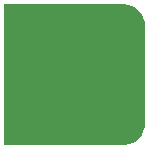
<source format=gbr>
G04 #@! TF.GenerationSoftware,KiCad,Pcbnew,7.0.2-0*
G04 #@! TF.CreationDate,2023-05-30T22:37:42-06:00*
G04 #@! TF.ProjectId,bias_T_launch_cpw,62696173-5f54-45f6-9c61-756e63685f63,rev?*
G04 #@! TF.SameCoordinates,Original*
G04 #@! TF.FileFunction,Soldermask,Bot*
G04 #@! TF.FilePolarity,Negative*
%FSLAX46Y46*%
G04 Gerber Fmt 4.6, Leading zero omitted, Abs format (unit mm)*
G04 Created by KiCad (PCBNEW 7.0.2-0) date 2023-05-30 22:37:42*
%MOMM*%
%LPD*%
G01*
G04 APERTURE LIST*
G04 APERTURE END LIST*
G36*
X4002558Y6004829D02*
G01*
X4280542Y5984947D01*
X4290053Y5983580D01*
X4560162Y5924821D01*
X4569393Y5922111D01*
X4828396Y5825508D01*
X4837140Y5821514D01*
X5079764Y5689031D01*
X5087850Y5683835D01*
X5309144Y5518176D01*
X5316407Y5511882D01*
X5511882Y5316407D01*
X5518176Y5309144D01*
X5683835Y5087850D01*
X5689031Y5079764D01*
X5821514Y4837140D01*
X5825508Y4828396D01*
X5922111Y4569393D01*
X5924821Y4560162D01*
X5983580Y4290053D01*
X5984947Y4280542D01*
X6004829Y4002558D01*
X6005000Y3997782D01*
X6005000Y-3997782D01*
X6004829Y-4002558D01*
X5984947Y-4280542D01*
X5983580Y-4290053D01*
X5924821Y-4560162D01*
X5922111Y-4569393D01*
X5825508Y-4828396D01*
X5821514Y-4837140D01*
X5689031Y-5079764D01*
X5683835Y-5087850D01*
X5518176Y-5309144D01*
X5511882Y-5316407D01*
X5316407Y-5511882D01*
X5309144Y-5518176D01*
X5087850Y-5683835D01*
X5079764Y-5689031D01*
X4837140Y-5821514D01*
X4828396Y-5825508D01*
X4569393Y-5922111D01*
X4560162Y-5924821D01*
X4290053Y-5983580D01*
X4280542Y-5984947D01*
X4002558Y-6004829D01*
X3997782Y-6005000D01*
X-5982027Y-6005000D01*
X-5999053Y-6000000D01*
X-6000000Y-6000000D01*
X-6000000Y-5999592D01*
X-6002890Y-5996257D01*
X-6005000Y-5986562D01*
X-6005000Y-1608390D01*
X-6005918Y-1607017D01*
X-6009800Y-1587500D01*
X-6009800Y1587500D01*
X-6005918Y1607017D01*
X-6005000Y1608390D01*
X-6005000Y5982026D01*
X-6000000Y5999053D01*
X-6000000Y6000000D01*
X-5999593Y6000000D01*
X-5996257Y6002890D01*
X-5986562Y6005000D01*
X3997782Y6005000D01*
X4002558Y6004829D01*
G37*
M02*

</source>
